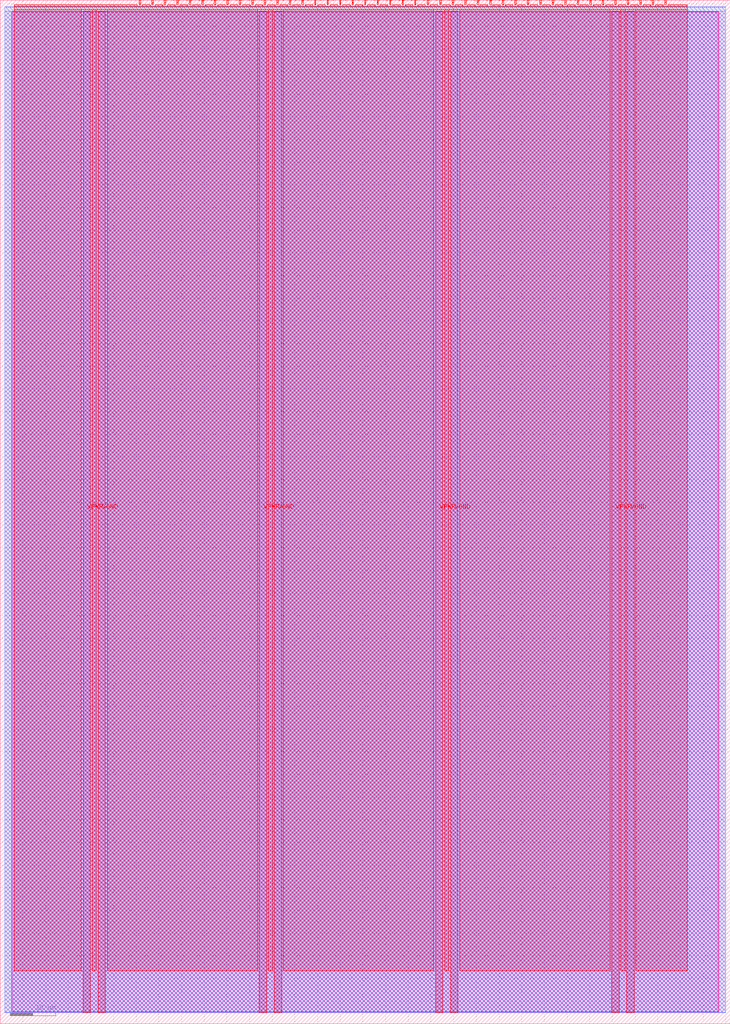
<source format=lef>
VERSION 5.7 ;
  NOWIREEXTENSIONATPIN ON ;
  DIVIDERCHAR "/" ;
  BUSBITCHARS "[]" ;
MACRO tt_um_couchand_cora16
  CLASS BLOCK ;
  FOREIGN tt_um_couchand_cora16 ;
  ORIGIN 0.000 0.000 ;
  SIZE 161.000 BY 225.760 ;
  PIN VGND
    DIRECTION INOUT ;
    USE GROUND ;
    PORT
      LAYER met4 ;
        RECT 21.580 2.480 23.180 223.280 ;
    END
    PORT
      LAYER met4 ;
        RECT 60.450 2.480 62.050 223.280 ;
    END
    PORT
      LAYER met4 ;
        RECT 99.320 2.480 100.920 223.280 ;
    END
    PORT
      LAYER met4 ;
        RECT 138.190 2.480 139.790 223.280 ;
    END
  END VGND
  PIN VPWR
    DIRECTION INOUT ;
    USE POWER ;
    PORT
      LAYER met4 ;
        RECT 18.280 2.480 19.880 223.280 ;
    END
    PORT
      LAYER met4 ;
        RECT 57.150 2.480 58.750 223.280 ;
    END
    PORT
      LAYER met4 ;
        RECT 96.020 2.480 97.620 223.280 ;
    END
    PORT
      LAYER met4 ;
        RECT 134.890 2.480 136.490 223.280 ;
    END
  END VPWR
  PIN clk
    DIRECTION INPUT ;
    USE SIGNAL ;
    ANTENNAGATEAREA 0.852000 ;
    PORT
      LAYER met4 ;
        RECT 143.830 224.760 144.130 225.760 ;
    END
  END clk
  PIN ena
    DIRECTION INPUT ;
    USE SIGNAL ;
    PORT
      LAYER met4 ;
        RECT 146.590 224.760 146.890 225.760 ;
    END
  END ena
  PIN rst_n
    DIRECTION INPUT ;
    USE SIGNAL ;
    ANTENNAGATEAREA 0.196500 ;
    PORT
      LAYER met4 ;
        RECT 141.070 224.760 141.370 225.760 ;
    END
  END rst_n
  PIN ui_in[0]
    DIRECTION INPUT ;
    USE SIGNAL ;
    ANTENNAGATEAREA 0.196500 ;
    PORT
      LAYER met4 ;
        RECT 138.310 224.760 138.610 225.760 ;
    END
  END ui_in[0]
  PIN ui_in[1]
    DIRECTION INPUT ;
    USE SIGNAL ;
    ANTENNAGATEAREA 0.196500 ;
    PORT
      LAYER met4 ;
        RECT 135.550 224.760 135.850 225.760 ;
    END
  END ui_in[1]
  PIN ui_in[2]
    DIRECTION INPUT ;
    USE SIGNAL ;
    ANTENNAGATEAREA 0.196500 ;
    PORT
      LAYER met4 ;
        RECT 132.790 224.760 133.090 225.760 ;
    END
  END ui_in[2]
  PIN ui_in[3]
    DIRECTION INPUT ;
    USE SIGNAL ;
    ANTENNAGATEAREA 0.196500 ;
    PORT
      LAYER met4 ;
        RECT 130.030 224.760 130.330 225.760 ;
    END
  END ui_in[3]
  PIN ui_in[4]
    DIRECTION INPUT ;
    USE SIGNAL ;
    ANTENNAGATEAREA 0.196500 ;
    PORT
      LAYER met4 ;
        RECT 127.270 224.760 127.570 225.760 ;
    END
  END ui_in[4]
  PIN ui_in[5]
    DIRECTION INPUT ;
    USE SIGNAL ;
    ANTENNAGATEAREA 0.196500 ;
    PORT
      LAYER met4 ;
        RECT 124.510 224.760 124.810 225.760 ;
    END
  END ui_in[5]
  PIN ui_in[6]
    DIRECTION INPUT ;
    USE SIGNAL ;
    ANTENNAGATEAREA 0.196500 ;
    PORT
      LAYER met4 ;
        RECT 121.750 224.760 122.050 225.760 ;
    END
  END ui_in[6]
  PIN ui_in[7]
    DIRECTION INPUT ;
    USE SIGNAL ;
    ANTENNAGATEAREA 0.196500 ;
    PORT
      LAYER met4 ;
        RECT 118.990 224.760 119.290 225.760 ;
    END
  END ui_in[7]
  PIN uio_in[0]
    DIRECTION INPUT ;
    USE SIGNAL ;
    PORT
      LAYER met4 ;
        RECT 116.230 224.760 116.530 225.760 ;
    END
  END uio_in[0]
  PIN uio_in[1]
    DIRECTION INPUT ;
    USE SIGNAL ;
    PORT
      LAYER met4 ;
        RECT 113.470 224.760 113.770 225.760 ;
    END
  END uio_in[1]
  PIN uio_in[2]
    DIRECTION INPUT ;
    USE SIGNAL ;
    PORT
      LAYER met4 ;
        RECT 110.710 224.760 111.010 225.760 ;
    END
  END uio_in[2]
  PIN uio_in[3]
    DIRECTION INPUT ;
    USE SIGNAL ;
    ANTENNAGATEAREA 0.196500 ;
    PORT
      LAYER met4 ;
        RECT 107.950 224.760 108.250 225.760 ;
    END
  END uio_in[3]
  PIN uio_in[4]
    DIRECTION INPUT ;
    USE SIGNAL ;
    ANTENNAGATEAREA 0.196500 ;
    PORT
      LAYER met4 ;
        RECT 105.190 224.760 105.490 225.760 ;
    END
  END uio_in[4]
  PIN uio_in[5]
    DIRECTION INPUT ;
    USE SIGNAL ;
    PORT
      LAYER met4 ;
        RECT 102.430 224.760 102.730 225.760 ;
    END
  END uio_in[5]
  PIN uio_in[6]
    DIRECTION INPUT ;
    USE SIGNAL ;
    PORT
      LAYER met4 ;
        RECT 99.670 224.760 99.970 225.760 ;
    END
  END uio_in[6]
  PIN uio_in[7]
    DIRECTION INPUT ;
    USE SIGNAL ;
    PORT
      LAYER met4 ;
        RECT 96.910 224.760 97.210 225.760 ;
    END
  END uio_in[7]
  PIN uio_oe[0]
    DIRECTION OUTPUT ;
    USE SIGNAL ;
    ANTENNADIFFAREA 0.445500 ;
    PORT
      LAYER met4 ;
        RECT 49.990 224.760 50.290 225.760 ;
    END
  END uio_oe[0]
  PIN uio_oe[1]
    DIRECTION OUTPUT ;
    USE SIGNAL ;
    ANTENNADIFFAREA 0.445500 ;
    PORT
      LAYER met4 ;
        RECT 47.230 224.760 47.530 225.760 ;
    END
  END uio_oe[1]
  PIN uio_oe[2]
    DIRECTION OUTPUT ;
    USE SIGNAL ;
    ANTENNADIFFAREA 0.445500 ;
    PORT
      LAYER met4 ;
        RECT 44.470 224.760 44.770 225.760 ;
    END
  END uio_oe[2]
  PIN uio_oe[3]
    DIRECTION OUTPUT ;
    USE SIGNAL ;
    PORT
      LAYER met4 ;
        RECT 41.710 224.760 42.010 225.760 ;
    END
  END uio_oe[3]
  PIN uio_oe[4]
    DIRECTION OUTPUT ;
    USE SIGNAL ;
    PORT
      LAYER met4 ;
        RECT 38.950 224.760 39.250 225.760 ;
    END
  END uio_oe[4]
  PIN uio_oe[5]
    DIRECTION OUTPUT ;
    USE SIGNAL ;
    PORT
      LAYER met4 ;
        RECT 36.190 224.760 36.490 225.760 ;
    END
  END uio_oe[5]
  PIN uio_oe[6]
    DIRECTION OUTPUT ;
    USE SIGNAL ;
    PORT
      LAYER met4 ;
        RECT 33.430 224.760 33.730 225.760 ;
    END
  END uio_oe[6]
  PIN uio_oe[7]
    DIRECTION OUTPUT ;
    USE SIGNAL ;
    PORT
      LAYER met4 ;
        RECT 30.670 224.760 30.970 225.760 ;
    END
  END uio_oe[7]
  PIN uio_out[0]
    DIRECTION OUTPUT ;
    USE SIGNAL ;
    ANTENNADIFFAREA 0.445500 ;
    PORT
      LAYER met4 ;
        RECT 72.070 224.760 72.370 225.760 ;
    END
  END uio_out[0]
  PIN uio_out[1]
    DIRECTION OUTPUT ;
    USE SIGNAL ;
    ANTENNADIFFAREA 0.445500 ;
    PORT
      LAYER met4 ;
        RECT 69.310 224.760 69.610 225.760 ;
    END
  END uio_out[1]
  PIN uio_out[2]
    DIRECTION OUTPUT ;
    USE SIGNAL ;
    ANTENNADIFFAREA 0.445500 ;
    PORT
      LAYER met4 ;
        RECT 66.550 224.760 66.850 225.760 ;
    END
  END uio_out[2]
  PIN uio_out[3]
    DIRECTION OUTPUT ;
    USE SIGNAL ;
    PORT
      LAYER met4 ;
        RECT 63.790 224.760 64.090 225.760 ;
    END
  END uio_out[3]
  PIN uio_out[4]
    DIRECTION OUTPUT ;
    USE SIGNAL ;
    PORT
      LAYER met4 ;
        RECT 61.030 224.760 61.330 225.760 ;
    END
  END uio_out[4]
  PIN uio_out[5]
    DIRECTION OUTPUT ;
    USE SIGNAL ;
    ANTENNADIFFAREA 0.445500 ;
    PORT
      LAYER met4 ;
        RECT 58.270 224.760 58.570 225.760 ;
    END
  END uio_out[5]
  PIN uio_out[6]
    DIRECTION OUTPUT ;
    USE SIGNAL ;
    ANTENNADIFFAREA 0.445500 ;
    PORT
      LAYER met4 ;
        RECT 55.510 224.760 55.810 225.760 ;
    END
  END uio_out[6]
  PIN uio_out[7]
    DIRECTION OUTPUT ;
    USE SIGNAL ;
    ANTENNADIFFAREA 0.445500 ;
    PORT
      LAYER met4 ;
        RECT 52.750 224.760 53.050 225.760 ;
    END
  END uio_out[7]
  PIN uo_out[0]
    DIRECTION OUTPUT ;
    USE SIGNAL ;
    ANTENNAGATEAREA 0.247500 ;
    ANTENNADIFFAREA 0.445500 ;
    PORT
      LAYER met4 ;
        RECT 94.150 224.760 94.450 225.760 ;
    END
  END uo_out[0]
  PIN uo_out[1]
    DIRECTION OUTPUT ;
    USE SIGNAL ;
    ANTENNAGATEAREA 0.247500 ;
    ANTENNADIFFAREA 0.445500 ;
    PORT
      LAYER met4 ;
        RECT 91.390 224.760 91.690 225.760 ;
    END
  END uo_out[1]
  PIN uo_out[2]
    DIRECTION OUTPUT ;
    USE SIGNAL ;
    ANTENNAGATEAREA 0.247500 ;
    ANTENNADIFFAREA 0.445500 ;
    PORT
      LAYER met4 ;
        RECT 88.630 224.760 88.930 225.760 ;
    END
  END uo_out[2]
  PIN uo_out[3]
    DIRECTION OUTPUT ;
    USE SIGNAL ;
    ANTENNAGATEAREA 0.247500 ;
    ANTENNADIFFAREA 0.445500 ;
    PORT
      LAYER met4 ;
        RECT 85.870 224.760 86.170 225.760 ;
    END
  END uo_out[3]
  PIN uo_out[4]
    DIRECTION OUTPUT ;
    USE SIGNAL ;
    ANTENNAGATEAREA 0.247500 ;
    ANTENNADIFFAREA 0.445500 ;
    PORT
      LAYER met4 ;
        RECT 83.110 224.760 83.410 225.760 ;
    END
  END uo_out[4]
  PIN uo_out[5]
    DIRECTION OUTPUT ;
    USE SIGNAL ;
    ANTENNAGATEAREA 0.247500 ;
    ANTENNADIFFAREA 0.445500 ;
    PORT
      LAYER met4 ;
        RECT 80.350 224.760 80.650 225.760 ;
    END
  END uo_out[5]
  PIN uo_out[6]
    DIRECTION OUTPUT ;
    USE SIGNAL ;
    ANTENNAGATEAREA 0.247500 ;
    ANTENNADIFFAREA 0.445500 ;
    PORT
      LAYER met4 ;
        RECT 77.590 224.760 77.890 225.760 ;
    END
  END uo_out[6]
  PIN uo_out[7]
    DIRECTION OUTPUT ;
    USE SIGNAL ;
    ANTENNAGATEAREA 0.247500 ;
    ANTENNADIFFAREA 0.445500 ;
    PORT
      LAYER met4 ;
        RECT 74.830 224.760 75.130 225.760 ;
    END
  END uo_out[7]
  OBS
      LAYER nwell ;
        RECT 2.570 2.635 158.430 223.230 ;
      LAYER li1 ;
        RECT 2.760 2.635 158.240 223.125 ;
      LAYER met1 ;
        RECT 0.990 2.480 160.010 223.280 ;
      LAYER met2 ;
        RECT 1.010 2.535 159.990 224.245 ;
      LAYER met3 ;
        RECT 0.985 2.555 160.015 224.225 ;
      LAYER met4 ;
        RECT 3.055 224.360 30.270 224.760 ;
        RECT 31.370 224.360 33.030 224.760 ;
        RECT 34.130 224.360 35.790 224.760 ;
        RECT 36.890 224.360 38.550 224.760 ;
        RECT 39.650 224.360 41.310 224.760 ;
        RECT 42.410 224.360 44.070 224.760 ;
        RECT 45.170 224.360 46.830 224.760 ;
        RECT 47.930 224.360 49.590 224.760 ;
        RECT 50.690 224.360 52.350 224.760 ;
        RECT 53.450 224.360 55.110 224.760 ;
        RECT 56.210 224.360 57.870 224.760 ;
        RECT 58.970 224.360 60.630 224.760 ;
        RECT 61.730 224.360 63.390 224.760 ;
        RECT 64.490 224.360 66.150 224.760 ;
        RECT 67.250 224.360 68.910 224.760 ;
        RECT 70.010 224.360 71.670 224.760 ;
        RECT 72.770 224.360 74.430 224.760 ;
        RECT 75.530 224.360 77.190 224.760 ;
        RECT 78.290 224.360 79.950 224.760 ;
        RECT 81.050 224.360 82.710 224.760 ;
        RECT 83.810 224.360 85.470 224.760 ;
        RECT 86.570 224.360 88.230 224.760 ;
        RECT 89.330 224.360 90.990 224.760 ;
        RECT 92.090 224.360 93.750 224.760 ;
        RECT 94.850 224.360 96.510 224.760 ;
        RECT 97.610 224.360 99.270 224.760 ;
        RECT 100.370 224.360 102.030 224.760 ;
        RECT 103.130 224.360 104.790 224.760 ;
        RECT 105.890 224.360 107.550 224.760 ;
        RECT 108.650 224.360 110.310 224.760 ;
        RECT 111.410 224.360 113.070 224.760 ;
        RECT 114.170 224.360 115.830 224.760 ;
        RECT 116.930 224.360 118.590 224.760 ;
        RECT 119.690 224.360 121.350 224.760 ;
        RECT 122.450 224.360 124.110 224.760 ;
        RECT 125.210 224.360 126.870 224.760 ;
        RECT 127.970 224.360 129.630 224.760 ;
        RECT 130.730 224.360 132.390 224.760 ;
        RECT 133.490 224.360 135.150 224.760 ;
        RECT 136.250 224.360 137.910 224.760 ;
        RECT 139.010 224.360 140.670 224.760 ;
        RECT 141.770 224.360 143.430 224.760 ;
        RECT 144.530 224.360 146.190 224.760 ;
        RECT 147.290 224.360 151.505 224.760 ;
        RECT 3.055 223.680 151.505 224.360 ;
        RECT 3.055 11.735 17.880 223.680 ;
        RECT 20.280 11.735 21.180 223.680 ;
        RECT 23.580 11.735 56.750 223.680 ;
        RECT 59.150 11.735 60.050 223.680 ;
        RECT 62.450 11.735 95.620 223.680 ;
        RECT 98.020 11.735 98.920 223.680 ;
        RECT 101.320 11.735 134.490 223.680 ;
        RECT 136.890 11.735 137.790 223.680 ;
        RECT 140.190 11.735 151.505 223.680 ;
  END
END tt_um_couchand_cora16
END LIBRARY


</source>
